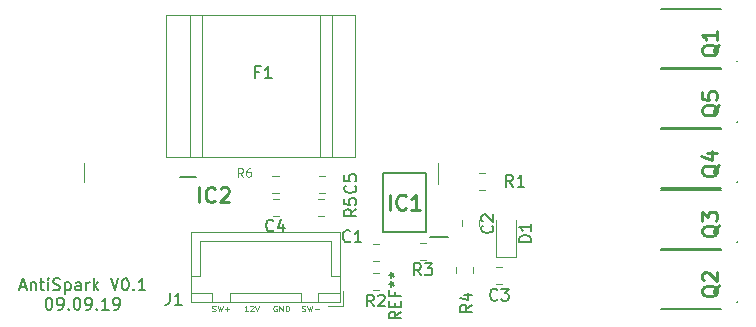
<source format=gto>
G04 #@! TF.GenerationSoftware,KiCad,Pcbnew,(5.1.2)-1*
G04 #@! TF.CreationDate,2019-09-10T22:08:43+02:00*
G04 #@! TF.ProjectId,Anti-Spark,416e7469-2d53-4706-9172-6b2e6b696361,rev?*
G04 #@! TF.SameCoordinates,Original*
G04 #@! TF.FileFunction,Legend,Top*
G04 #@! TF.FilePolarity,Positive*
%FSLAX46Y46*%
G04 Gerber Fmt 4.6, Leading zero omitted, Abs format (unit mm)*
G04 Created by KiCad (PCBNEW (5.1.2)-1) date 2019-09-10 22:08:43*
%MOMM*%
%LPD*%
G04 APERTURE LIST*
%ADD10C,0.150000*%
%ADD11C,0.125000*%
%ADD12C,0.200000*%
%ADD13C,0.120000*%
%ADD14C,0.254000*%
G04 APERTURE END LIST*
D10*
X74890476Y-59941666D02*
X75366666Y-59941666D01*
X74795238Y-60227380D02*
X75128571Y-59227380D01*
X75461904Y-60227380D01*
X75795238Y-59560714D02*
X75795238Y-60227380D01*
X75795238Y-59655952D02*
X75842857Y-59608333D01*
X75938095Y-59560714D01*
X76080952Y-59560714D01*
X76176190Y-59608333D01*
X76223809Y-59703571D01*
X76223809Y-60227380D01*
X76557142Y-59560714D02*
X76938095Y-59560714D01*
X76700000Y-59227380D02*
X76700000Y-60084523D01*
X76747619Y-60179761D01*
X76842857Y-60227380D01*
X76938095Y-60227380D01*
X77271428Y-60227380D02*
X77271428Y-59560714D01*
X77271428Y-59227380D02*
X77223809Y-59275000D01*
X77271428Y-59322619D01*
X77319047Y-59275000D01*
X77271428Y-59227380D01*
X77271428Y-59322619D01*
X77700000Y-60179761D02*
X77842857Y-60227380D01*
X78080952Y-60227380D01*
X78176190Y-60179761D01*
X78223809Y-60132142D01*
X78271428Y-60036904D01*
X78271428Y-59941666D01*
X78223809Y-59846428D01*
X78176190Y-59798809D01*
X78080952Y-59751190D01*
X77890476Y-59703571D01*
X77795238Y-59655952D01*
X77747619Y-59608333D01*
X77700000Y-59513095D01*
X77700000Y-59417857D01*
X77747619Y-59322619D01*
X77795238Y-59275000D01*
X77890476Y-59227380D01*
X78128571Y-59227380D01*
X78271428Y-59275000D01*
X78700000Y-59560714D02*
X78700000Y-60560714D01*
X78700000Y-59608333D02*
X78795238Y-59560714D01*
X78985714Y-59560714D01*
X79080952Y-59608333D01*
X79128571Y-59655952D01*
X79176190Y-59751190D01*
X79176190Y-60036904D01*
X79128571Y-60132142D01*
X79080952Y-60179761D01*
X78985714Y-60227380D01*
X78795238Y-60227380D01*
X78700000Y-60179761D01*
X80033333Y-60227380D02*
X80033333Y-59703571D01*
X79985714Y-59608333D01*
X79890476Y-59560714D01*
X79700000Y-59560714D01*
X79604761Y-59608333D01*
X80033333Y-60179761D02*
X79938095Y-60227380D01*
X79700000Y-60227380D01*
X79604761Y-60179761D01*
X79557142Y-60084523D01*
X79557142Y-59989285D01*
X79604761Y-59894047D01*
X79700000Y-59846428D01*
X79938095Y-59846428D01*
X80033333Y-59798809D01*
X80509523Y-60227380D02*
X80509523Y-59560714D01*
X80509523Y-59751190D02*
X80557142Y-59655952D01*
X80604761Y-59608333D01*
X80700000Y-59560714D01*
X80795238Y-59560714D01*
X81128571Y-60227380D02*
X81128571Y-59227380D01*
X81223809Y-59846428D02*
X81509523Y-60227380D01*
X81509523Y-59560714D02*
X81128571Y-59941666D01*
X82557142Y-59227380D02*
X82890476Y-60227380D01*
X83223809Y-59227380D01*
X83747619Y-59227380D02*
X83842857Y-59227380D01*
X83938095Y-59275000D01*
X83985714Y-59322619D01*
X84033333Y-59417857D01*
X84080952Y-59608333D01*
X84080952Y-59846428D01*
X84033333Y-60036904D01*
X83985714Y-60132142D01*
X83938095Y-60179761D01*
X83842857Y-60227380D01*
X83747619Y-60227380D01*
X83652380Y-60179761D01*
X83604761Y-60132142D01*
X83557142Y-60036904D01*
X83509523Y-59846428D01*
X83509523Y-59608333D01*
X83557142Y-59417857D01*
X83604761Y-59322619D01*
X83652380Y-59275000D01*
X83747619Y-59227380D01*
X84509523Y-60132142D02*
X84557142Y-60179761D01*
X84509523Y-60227380D01*
X84461904Y-60179761D01*
X84509523Y-60132142D01*
X84509523Y-60227380D01*
X85509523Y-60227380D02*
X84938095Y-60227380D01*
X85223809Y-60227380D02*
X85223809Y-59227380D01*
X85128571Y-59370238D01*
X85033333Y-59465476D01*
X84938095Y-59513095D01*
X77295238Y-60877380D02*
X77390476Y-60877380D01*
X77485714Y-60925000D01*
X77533333Y-60972619D01*
X77580952Y-61067857D01*
X77628571Y-61258333D01*
X77628571Y-61496428D01*
X77580952Y-61686904D01*
X77533333Y-61782142D01*
X77485714Y-61829761D01*
X77390476Y-61877380D01*
X77295238Y-61877380D01*
X77200000Y-61829761D01*
X77152380Y-61782142D01*
X77104761Y-61686904D01*
X77057142Y-61496428D01*
X77057142Y-61258333D01*
X77104761Y-61067857D01*
X77152380Y-60972619D01*
X77200000Y-60925000D01*
X77295238Y-60877380D01*
X78104761Y-61877380D02*
X78295238Y-61877380D01*
X78390476Y-61829761D01*
X78438095Y-61782142D01*
X78533333Y-61639285D01*
X78580952Y-61448809D01*
X78580952Y-61067857D01*
X78533333Y-60972619D01*
X78485714Y-60925000D01*
X78390476Y-60877380D01*
X78200000Y-60877380D01*
X78104761Y-60925000D01*
X78057142Y-60972619D01*
X78009523Y-61067857D01*
X78009523Y-61305952D01*
X78057142Y-61401190D01*
X78104761Y-61448809D01*
X78200000Y-61496428D01*
X78390476Y-61496428D01*
X78485714Y-61448809D01*
X78533333Y-61401190D01*
X78580952Y-61305952D01*
X79009523Y-61782142D02*
X79057142Y-61829761D01*
X79009523Y-61877380D01*
X78961904Y-61829761D01*
X79009523Y-61782142D01*
X79009523Y-61877380D01*
X79676190Y-60877380D02*
X79771428Y-60877380D01*
X79866666Y-60925000D01*
X79914285Y-60972619D01*
X79961904Y-61067857D01*
X80009523Y-61258333D01*
X80009523Y-61496428D01*
X79961904Y-61686904D01*
X79914285Y-61782142D01*
X79866666Y-61829761D01*
X79771428Y-61877380D01*
X79676190Y-61877380D01*
X79580952Y-61829761D01*
X79533333Y-61782142D01*
X79485714Y-61686904D01*
X79438095Y-61496428D01*
X79438095Y-61258333D01*
X79485714Y-61067857D01*
X79533333Y-60972619D01*
X79580952Y-60925000D01*
X79676190Y-60877380D01*
X80485714Y-61877380D02*
X80676190Y-61877380D01*
X80771428Y-61829761D01*
X80819047Y-61782142D01*
X80914285Y-61639285D01*
X80961904Y-61448809D01*
X80961904Y-61067857D01*
X80914285Y-60972619D01*
X80866666Y-60925000D01*
X80771428Y-60877380D01*
X80580952Y-60877380D01*
X80485714Y-60925000D01*
X80438095Y-60972619D01*
X80390476Y-61067857D01*
X80390476Y-61305952D01*
X80438095Y-61401190D01*
X80485714Y-61448809D01*
X80580952Y-61496428D01*
X80771428Y-61496428D01*
X80866666Y-61448809D01*
X80914285Y-61401190D01*
X80961904Y-61305952D01*
X81390476Y-61782142D02*
X81438095Y-61829761D01*
X81390476Y-61877380D01*
X81342857Y-61829761D01*
X81390476Y-61782142D01*
X81390476Y-61877380D01*
X82390476Y-61877380D02*
X81819047Y-61877380D01*
X82104761Y-61877380D02*
X82104761Y-60877380D01*
X82009523Y-61020238D01*
X81914285Y-61115476D01*
X81819047Y-61163095D01*
X82866666Y-61877380D02*
X83057142Y-61877380D01*
X83152380Y-61829761D01*
X83200000Y-61782142D01*
X83295238Y-61639285D01*
X83342857Y-61448809D01*
X83342857Y-61067857D01*
X83295238Y-60972619D01*
X83247619Y-60925000D01*
X83152380Y-60877380D01*
X82961904Y-60877380D01*
X82866666Y-60925000D01*
X82819047Y-60972619D01*
X82771428Y-61067857D01*
X82771428Y-61305952D01*
X82819047Y-61401190D01*
X82866666Y-61448809D01*
X82961904Y-61496428D01*
X83152380Y-61496428D01*
X83247619Y-61448809D01*
X83295238Y-61401190D01*
X83342857Y-61305952D01*
D11*
X98761904Y-62002380D02*
X98833333Y-62026190D01*
X98952380Y-62026190D01*
X99000000Y-62002380D01*
X99023809Y-61978571D01*
X99047619Y-61930952D01*
X99047619Y-61883333D01*
X99023809Y-61835714D01*
X99000000Y-61811904D01*
X98952380Y-61788095D01*
X98857142Y-61764285D01*
X98809523Y-61740476D01*
X98785714Y-61716666D01*
X98761904Y-61669047D01*
X98761904Y-61621428D01*
X98785714Y-61573809D01*
X98809523Y-61550000D01*
X98857142Y-61526190D01*
X98976190Y-61526190D01*
X99047619Y-61550000D01*
X99214285Y-61526190D02*
X99333333Y-62026190D01*
X99428571Y-61669047D01*
X99523809Y-62026190D01*
X99642857Y-61526190D01*
X99833333Y-61835714D02*
X100214285Y-61835714D01*
X96619047Y-61550000D02*
X96571428Y-61526190D01*
X96500000Y-61526190D01*
X96428571Y-61550000D01*
X96380952Y-61597619D01*
X96357142Y-61645238D01*
X96333333Y-61740476D01*
X96333333Y-61811904D01*
X96357142Y-61907142D01*
X96380952Y-61954761D01*
X96428571Y-62002380D01*
X96500000Y-62026190D01*
X96547619Y-62026190D01*
X96619047Y-62002380D01*
X96642857Y-61978571D01*
X96642857Y-61811904D01*
X96547619Y-61811904D01*
X96857142Y-62026190D02*
X96857142Y-61526190D01*
X97142857Y-62026190D01*
X97142857Y-61526190D01*
X97380952Y-62026190D02*
X97380952Y-61526190D01*
X97500000Y-61526190D01*
X97571428Y-61550000D01*
X97619047Y-61597619D01*
X97642857Y-61645238D01*
X97666666Y-61740476D01*
X97666666Y-61811904D01*
X97642857Y-61907142D01*
X97619047Y-61954761D01*
X97571428Y-62002380D01*
X97500000Y-62026190D01*
X97380952Y-62026190D01*
X94190476Y-62026190D02*
X93904761Y-62026190D01*
X94047619Y-62026190D02*
X94047619Y-61526190D01*
X94000000Y-61597619D01*
X93952380Y-61645238D01*
X93904761Y-61669047D01*
X94380952Y-61573809D02*
X94404761Y-61550000D01*
X94452380Y-61526190D01*
X94571428Y-61526190D01*
X94619047Y-61550000D01*
X94642857Y-61573809D01*
X94666666Y-61621428D01*
X94666666Y-61669047D01*
X94642857Y-61740476D01*
X94357142Y-62026190D01*
X94666666Y-62026190D01*
X94809523Y-61526190D02*
X94976190Y-62026190D01*
X95142857Y-61526190D01*
X91161904Y-62002380D02*
X91233333Y-62026190D01*
X91352380Y-62026190D01*
X91400000Y-62002380D01*
X91423809Y-61978571D01*
X91447619Y-61930952D01*
X91447619Y-61883333D01*
X91423809Y-61835714D01*
X91400000Y-61811904D01*
X91352380Y-61788095D01*
X91257142Y-61764285D01*
X91209523Y-61740476D01*
X91185714Y-61716666D01*
X91161904Y-61669047D01*
X91161904Y-61621428D01*
X91185714Y-61573809D01*
X91209523Y-61550000D01*
X91257142Y-61526190D01*
X91376190Y-61526190D01*
X91447619Y-61550000D01*
X91614285Y-61526190D02*
X91733333Y-62026190D01*
X91828571Y-61669047D01*
X91923809Y-62026190D01*
X92042857Y-61526190D01*
X92233333Y-61835714D02*
X92614285Y-61835714D01*
X92423809Y-62026190D02*
X92423809Y-61645238D01*
D12*
X135626200Y-45953000D02*
G75*
G03X135626200Y-45953000I-42200J0D01*
G01*
X134200000Y-41500000D02*
X129200000Y-41500000D01*
X129200000Y-46500000D02*
X134200000Y-46500000D01*
X135626200Y-51053000D02*
G75*
G03X135626200Y-51053000I-42200J0D01*
G01*
X134200000Y-46600000D02*
X129200000Y-46600000D01*
X129200000Y-51600000D02*
X134200000Y-51600000D01*
X135626200Y-56153000D02*
G75*
G03X135626200Y-56153000I-42200J0D01*
G01*
X134200000Y-51700000D02*
X129200000Y-51700000D01*
X129200000Y-56700000D02*
X134200000Y-56700000D01*
X135626200Y-61253000D02*
G75*
G03X135626200Y-61253000I-42200J0D01*
G01*
X134200000Y-56800000D02*
X129200000Y-56800000D01*
X129200000Y-61800000D02*
X134200000Y-61800000D01*
X135626200Y-40853000D02*
G75*
G03X135626200Y-40853000I-42200J0D01*
G01*
X134200000Y-36400000D02*
X129200000Y-36400000D01*
X129200000Y-41400000D02*
X134200000Y-41400000D01*
X88400000Y-50650000D02*
X89800000Y-50650000D01*
D13*
X102250000Y-61550000D02*
X102250000Y-60300000D01*
X101000000Y-61550000D02*
X102250000Y-61550000D01*
X90100000Y-56050000D02*
X95650000Y-56050000D01*
X90100000Y-59000000D02*
X90100000Y-56050000D01*
X89350000Y-59000000D02*
X90100000Y-59000000D01*
X101200000Y-56050000D02*
X95650000Y-56050000D01*
X101200000Y-59000000D02*
X101200000Y-56050000D01*
X101950000Y-59000000D02*
X101200000Y-59000000D01*
X89350000Y-61250000D02*
X91150000Y-61250000D01*
X89350000Y-60500000D02*
X89350000Y-61250000D01*
X91150000Y-60500000D02*
X89350000Y-60500000D01*
X91150000Y-61250000D02*
X91150000Y-60500000D01*
X100150000Y-61250000D02*
X101950000Y-61250000D01*
X100150000Y-60500000D02*
X100150000Y-61250000D01*
X101950000Y-60500000D02*
X100150000Y-60500000D01*
X101950000Y-61250000D02*
X101950000Y-60500000D01*
X92650000Y-61250000D02*
X98650000Y-61250000D01*
X92650000Y-60500000D02*
X92650000Y-61250000D01*
X98650000Y-60500000D02*
X92650000Y-60500000D01*
X98650000Y-61250000D02*
X98650000Y-60500000D01*
X89340000Y-61260000D02*
X101960000Y-61260000D01*
X89340000Y-55290000D02*
X89340000Y-61260000D01*
X101960000Y-55290000D02*
X89340000Y-55290000D01*
X101960000Y-61260000D02*
X101960000Y-55290000D01*
X95280000Y-36966000D02*
X103280000Y-36966000D01*
X103280000Y-36966000D02*
X103280000Y-48966000D01*
X103280000Y-48966000D02*
X87280000Y-48966000D01*
X87280000Y-48966000D02*
X87280000Y-36966000D01*
X87280000Y-36966000D02*
X95280000Y-36966000D01*
X101280000Y-36966000D02*
X101280000Y-48966000D01*
X101280000Y-48966000D02*
X100280000Y-48966000D01*
X100280000Y-48966000D02*
X100280000Y-36966000D01*
X100280000Y-36966000D02*
X89280000Y-36966000D01*
X89280000Y-36966000D02*
X89280000Y-48966000D01*
X89280000Y-48966000D02*
X90280000Y-48966000D01*
X90280000Y-48966000D02*
X90280000Y-36966000D01*
X80280000Y-49466000D02*
X80280000Y-51066000D01*
X110280000Y-49466000D02*
X110280000Y-51266000D01*
X100138748Y-52490000D02*
X100661252Y-52490000D01*
X100138748Y-53910000D02*
X100661252Y-53910000D01*
X96263748Y-50590000D02*
X96786252Y-50590000D01*
X96263748Y-52010000D02*
X96786252Y-52010000D01*
X100686252Y-52010000D02*
X100163748Y-52010000D01*
X100686252Y-50590000D02*
X100163748Y-50590000D01*
X96313748Y-52490000D02*
X96836252Y-52490000D01*
X96313748Y-53910000D02*
X96836252Y-53910000D01*
D12*
X109288000Y-55333000D02*
X105588000Y-55333000D01*
X105588000Y-55333000D02*
X105588000Y-50333000D01*
X105588000Y-50333000D02*
X109288000Y-50333000D01*
X109288000Y-50333000D02*
X109288000Y-55333000D01*
X111113000Y-55683000D02*
X109638000Y-55683000D01*
D13*
X104738748Y-56290000D02*
X105261252Y-56290000D01*
X104738748Y-57710000D02*
X105261252Y-57710000D01*
X112290000Y-54263748D02*
X112290000Y-54786252D01*
X113710000Y-54263748D02*
X113710000Y-54786252D01*
X115736252Y-59710000D02*
X115213748Y-59710000D01*
X115736252Y-58290000D02*
X115213748Y-58290000D01*
X115150000Y-57400000D02*
X116850000Y-57400000D01*
X116850000Y-57400000D02*
X116850000Y-54250000D01*
X115150000Y-57400000D02*
X115150000Y-54250000D01*
X114261252Y-51710000D02*
X113738748Y-51710000D01*
X114261252Y-50290000D02*
X113738748Y-50290000D01*
X105286252Y-58790000D02*
X104763748Y-58790000D01*
X105286252Y-60210000D02*
X104763748Y-60210000D01*
X108713748Y-56258000D02*
X109236252Y-56258000D01*
X108713748Y-57678000D02*
X109236252Y-57678000D01*
X111790000Y-58263748D02*
X111790000Y-58786252D01*
X113210000Y-58263748D02*
X113210000Y-58786252D01*
D10*
X107142380Y-62033333D02*
X106666190Y-62366666D01*
X107142380Y-62604761D02*
X106142380Y-62604761D01*
X106142380Y-62223809D01*
X106190000Y-62128571D01*
X106237619Y-62080952D01*
X106332857Y-62033333D01*
X106475714Y-62033333D01*
X106570952Y-62080952D01*
X106618571Y-62128571D01*
X106666190Y-62223809D01*
X106666190Y-62604761D01*
X106618571Y-61604761D02*
X106618571Y-61271428D01*
X107142380Y-61128571D02*
X107142380Y-61604761D01*
X106142380Y-61604761D01*
X106142380Y-61128571D01*
X106618571Y-60366666D02*
X106618571Y-60700000D01*
X107142380Y-60700000D02*
X106142380Y-60700000D01*
X106142380Y-60223809D01*
X106142380Y-59700000D02*
X106380476Y-59700000D01*
X106285238Y-59938095D02*
X106380476Y-59700000D01*
X106285238Y-59461904D01*
X106570952Y-59842857D02*
X106380476Y-59700000D01*
X106570952Y-59557142D01*
X106142380Y-58938095D02*
X106380476Y-58938095D01*
X106285238Y-59176190D02*
X106380476Y-58938095D01*
X106285238Y-58700000D01*
X106570952Y-59080952D02*
X106380476Y-58938095D01*
X106570952Y-58795238D01*
D14*
X134027476Y-44523952D02*
X133967000Y-44644904D01*
X133846047Y-44765857D01*
X133664619Y-44947285D01*
X133604142Y-45068238D01*
X133604142Y-45189190D01*
X133906523Y-45128714D02*
X133846047Y-45249666D01*
X133725095Y-45370619D01*
X133483190Y-45431095D01*
X133059857Y-45431095D01*
X132817952Y-45370619D01*
X132697000Y-45249666D01*
X132636523Y-45128714D01*
X132636523Y-44886809D01*
X132697000Y-44765857D01*
X132817952Y-44644904D01*
X133059857Y-44584428D01*
X133483190Y-44584428D01*
X133725095Y-44644904D01*
X133846047Y-44765857D01*
X133906523Y-44886809D01*
X133906523Y-45128714D01*
X132636523Y-43435380D02*
X132636523Y-44040142D01*
X133241285Y-44100619D01*
X133180809Y-44040142D01*
X133120333Y-43919190D01*
X133120333Y-43616809D01*
X133180809Y-43495857D01*
X133241285Y-43435380D01*
X133362238Y-43374904D01*
X133664619Y-43374904D01*
X133785571Y-43435380D01*
X133846047Y-43495857D01*
X133906523Y-43616809D01*
X133906523Y-43919190D01*
X133846047Y-44040142D01*
X133785571Y-44100619D01*
X134027476Y-49623952D02*
X133967000Y-49744904D01*
X133846047Y-49865857D01*
X133664619Y-50047285D01*
X133604142Y-50168238D01*
X133604142Y-50289190D01*
X133906523Y-50228714D02*
X133846047Y-50349666D01*
X133725095Y-50470619D01*
X133483190Y-50531095D01*
X133059857Y-50531095D01*
X132817952Y-50470619D01*
X132697000Y-50349666D01*
X132636523Y-50228714D01*
X132636523Y-49986809D01*
X132697000Y-49865857D01*
X132817952Y-49744904D01*
X133059857Y-49684428D01*
X133483190Y-49684428D01*
X133725095Y-49744904D01*
X133846047Y-49865857D01*
X133906523Y-49986809D01*
X133906523Y-50228714D01*
X133059857Y-48595857D02*
X133906523Y-48595857D01*
X132576047Y-48898238D02*
X133483190Y-49200619D01*
X133483190Y-48414428D01*
X134027476Y-54723952D02*
X133967000Y-54844904D01*
X133846047Y-54965857D01*
X133664619Y-55147285D01*
X133604142Y-55268238D01*
X133604142Y-55389190D01*
X133906523Y-55328714D02*
X133846047Y-55449666D01*
X133725095Y-55570619D01*
X133483190Y-55631095D01*
X133059857Y-55631095D01*
X132817952Y-55570619D01*
X132697000Y-55449666D01*
X132636523Y-55328714D01*
X132636523Y-55086809D01*
X132697000Y-54965857D01*
X132817952Y-54844904D01*
X133059857Y-54784428D01*
X133483190Y-54784428D01*
X133725095Y-54844904D01*
X133846047Y-54965857D01*
X133906523Y-55086809D01*
X133906523Y-55328714D01*
X132636523Y-54361095D02*
X132636523Y-53574904D01*
X133120333Y-53998238D01*
X133120333Y-53816809D01*
X133180809Y-53695857D01*
X133241285Y-53635380D01*
X133362238Y-53574904D01*
X133664619Y-53574904D01*
X133785571Y-53635380D01*
X133846047Y-53695857D01*
X133906523Y-53816809D01*
X133906523Y-54179666D01*
X133846047Y-54300619D01*
X133785571Y-54361095D01*
X134027476Y-59823952D02*
X133967000Y-59944904D01*
X133846047Y-60065857D01*
X133664619Y-60247285D01*
X133604142Y-60368238D01*
X133604142Y-60489190D01*
X133906523Y-60428714D02*
X133846047Y-60549666D01*
X133725095Y-60670619D01*
X133483190Y-60731095D01*
X133059857Y-60731095D01*
X132817952Y-60670619D01*
X132697000Y-60549666D01*
X132636523Y-60428714D01*
X132636523Y-60186809D01*
X132697000Y-60065857D01*
X132817952Y-59944904D01*
X133059857Y-59884428D01*
X133483190Y-59884428D01*
X133725095Y-59944904D01*
X133846047Y-60065857D01*
X133906523Y-60186809D01*
X133906523Y-60428714D01*
X132757476Y-59400619D02*
X132697000Y-59340142D01*
X132636523Y-59219190D01*
X132636523Y-58916809D01*
X132697000Y-58795857D01*
X132757476Y-58735380D01*
X132878428Y-58674904D01*
X132999380Y-58674904D01*
X133180809Y-58735380D01*
X133906523Y-59461095D01*
X133906523Y-58674904D01*
X134027476Y-39423952D02*
X133967000Y-39544904D01*
X133846047Y-39665857D01*
X133664619Y-39847285D01*
X133604142Y-39968238D01*
X133604142Y-40089190D01*
X133906523Y-40028714D02*
X133846047Y-40149666D01*
X133725095Y-40270619D01*
X133483190Y-40331095D01*
X133059857Y-40331095D01*
X132817952Y-40270619D01*
X132697000Y-40149666D01*
X132636523Y-40028714D01*
X132636523Y-39786809D01*
X132697000Y-39665857D01*
X132817952Y-39544904D01*
X133059857Y-39484428D01*
X133483190Y-39484428D01*
X133725095Y-39544904D01*
X133846047Y-39665857D01*
X133906523Y-39786809D01*
X133906523Y-40028714D01*
X133906523Y-38274904D02*
X133906523Y-39000619D01*
X133906523Y-38637761D02*
X132636523Y-38637761D01*
X132817952Y-38758714D01*
X132938904Y-38879666D01*
X132999380Y-39000619D01*
X90060238Y-52774523D02*
X90060238Y-51504523D01*
X91390714Y-52653571D02*
X91330238Y-52714047D01*
X91148809Y-52774523D01*
X91027857Y-52774523D01*
X90846428Y-52714047D01*
X90725476Y-52593095D01*
X90665000Y-52472142D01*
X90604523Y-52230238D01*
X90604523Y-52048809D01*
X90665000Y-51806904D01*
X90725476Y-51685952D01*
X90846428Y-51565000D01*
X91027857Y-51504523D01*
X91148809Y-51504523D01*
X91330238Y-51565000D01*
X91390714Y-51625476D01*
X91874523Y-51625476D02*
X91935000Y-51565000D01*
X92055952Y-51504523D01*
X92358333Y-51504523D01*
X92479285Y-51565000D01*
X92539761Y-51625476D01*
X92600238Y-51746428D01*
X92600238Y-51867380D01*
X92539761Y-52048809D01*
X91814047Y-52774523D01*
X92600238Y-52774523D01*
D10*
X87566666Y-60452380D02*
X87566666Y-61166666D01*
X87519047Y-61309523D01*
X87423809Y-61404761D01*
X87280952Y-61452380D01*
X87185714Y-61452380D01*
X88566666Y-61452380D02*
X87995238Y-61452380D01*
X88280952Y-61452380D02*
X88280952Y-60452380D01*
X88185714Y-60595238D01*
X88090476Y-60690476D01*
X87995238Y-60738095D01*
X95146666Y-41754571D02*
X94813333Y-41754571D01*
X94813333Y-42278380D02*
X94813333Y-41278380D01*
X95289523Y-41278380D01*
X96194285Y-42278380D02*
X95622857Y-42278380D01*
X95908571Y-42278380D02*
X95908571Y-41278380D01*
X95813333Y-41421238D01*
X95718095Y-41516476D01*
X95622857Y-41564095D01*
X103257142Y-51366666D02*
X103304761Y-51414285D01*
X103352380Y-51557142D01*
X103352380Y-51652380D01*
X103304761Y-51795238D01*
X103209523Y-51890476D01*
X103114285Y-51938095D01*
X102923809Y-51985714D01*
X102780952Y-51985714D01*
X102590476Y-51938095D01*
X102495238Y-51890476D01*
X102400000Y-51795238D01*
X102352380Y-51652380D01*
X102352380Y-51557142D01*
X102400000Y-51414285D01*
X102447619Y-51366666D01*
X102352380Y-50461904D02*
X102352380Y-50938095D01*
X102828571Y-50985714D01*
X102780952Y-50938095D01*
X102733333Y-50842857D01*
X102733333Y-50604761D01*
X102780952Y-50509523D01*
X102828571Y-50461904D01*
X102923809Y-50414285D01*
X103161904Y-50414285D01*
X103257142Y-50461904D01*
X103304761Y-50509523D01*
X103352380Y-50604761D01*
X103352380Y-50842857D01*
X103304761Y-50938095D01*
X103257142Y-50985714D01*
D13*
X93783333Y-50616666D02*
X93550000Y-50283333D01*
X93383333Y-50616666D02*
X93383333Y-49916666D01*
X93650000Y-49916666D01*
X93716666Y-49950000D01*
X93750000Y-49983333D01*
X93783333Y-50050000D01*
X93783333Y-50150000D01*
X93750000Y-50216666D01*
X93716666Y-50250000D01*
X93650000Y-50283333D01*
X93383333Y-50283333D01*
X94383333Y-49916666D02*
X94250000Y-49916666D01*
X94183333Y-49950000D01*
X94150000Y-49983333D01*
X94083333Y-50083333D01*
X94050000Y-50216666D01*
X94050000Y-50483333D01*
X94083333Y-50550000D01*
X94116666Y-50583333D01*
X94183333Y-50616666D01*
X94316666Y-50616666D01*
X94383333Y-50583333D01*
X94416666Y-50550000D01*
X94450000Y-50483333D01*
X94450000Y-50316666D01*
X94416666Y-50250000D01*
X94383333Y-50216666D01*
X94316666Y-50183333D01*
X94183333Y-50183333D01*
X94116666Y-50216666D01*
X94083333Y-50250000D01*
X94050000Y-50316666D01*
D10*
X103352380Y-53366666D02*
X102876190Y-53700000D01*
X103352380Y-53938095D02*
X102352380Y-53938095D01*
X102352380Y-53557142D01*
X102400000Y-53461904D01*
X102447619Y-53414285D01*
X102542857Y-53366666D01*
X102685714Y-53366666D01*
X102780952Y-53414285D01*
X102828571Y-53461904D01*
X102876190Y-53557142D01*
X102876190Y-53938095D01*
X102352380Y-52461904D02*
X102352380Y-52938095D01*
X102828571Y-52985714D01*
X102780952Y-52938095D01*
X102733333Y-52842857D01*
X102733333Y-52604761D01*
X102780952Y-52509523D01*
X102828571Y-52461904D01*
X102923809Y-52414285D01*
X103161904Y-52414285D01*
X103257142Y-52461904D01*
X103304761Y-52509523D01*
X103352380Y-52604761D01*
X103352380Y-52842857D01*
X103304761Y-52938095D01*
X103257142Y-52985714D01*
X96333333Y-55157142D02*
X96285714Y-55204761D01*
X96142857Y-55252380D01*
X96047619Y-55252380D01*
X95904761Y-55204761D01*
X95809523Y-55109523D01*
X95761904Y-55014285D01*
X95714285Y-54823809D01*
X95714285Y-54680952D01*
X95761904Y-54490476D01*
X95809523Y-54395238D01*
X95904761Y-54300000D01*
X96047619Y-54252380D01*
X96142857Y-54252380D01*
X96285714Y-54300000D01*
X96333333Y-54347619D01*
X97190476Y-54585714D02*
X97190476Y-55252380D01*
X96952380Y-54204761D02*
X96714285Y-54919047D01*
X97333333Y-54919047D01*
D14*
X106198238Y-53407523D02*
X106198238Y-52137523D01*
X107528714Y-53286571D02*
X107468238Y-53347047D01*
X107286809Y-53407523D01*
X107165857Y-53407523D01*
X106984428Y-53347047D01*
X106863476Y-53226095D01*
X106803000Y-53105142D01*
X106742523Y-52863238D01*
X106742523Y-52681809D01*
X106803000Y-52439904D01*
X106863476Y-52318952D01*
X106984428Y-52198000D01*
X107165857Y-52137523D01*
X107286809Y-52137523D01*
X107468238Y-52198000D01*
X107528714Y-52258476D01*
X108738238Y-53407523D02*
X108012523Y-53407523D01*
X108375380Y-53407523D02*
X108375380Y-52137523D01*
X108254428Y-52318952D01*
X108133476Y-52439904D01*
X108012523Y-52500380D01*
D10*
X102833333Y-56057142D02*
X102785714Y-56104761D01*
X102642857Y-56152380D01*
X102547619Y-56152380D01*
X102404761Y-56104761D01*
X102309523Y-56009523D01*
X102261904Y-55914285D01*
X102214285Y-55723809D01*
X102214285Y-55580952D01*
X102261904Y-55390476D01*
X102309523Y-55295238D01*
X102404761Y-55200000D01*
X102547619Y-55152380D01*
X102642857Y-55152380D01*
X102785714Y-55200000D01*
X102833333Y-55247619D01*
X103785714Y-56152380D02*
X103214285Y-56152380D01*
X103500000Y-56152380D02*
X103500000Y-55152380D01*
X103404761Y-55295238D01*
X103309523Y-55390476D01*
X103214285Y-55438095D01*
X114857142Y-54766666D02*
X114904761Y-54814285D01*
X114952380Y-54957142D01*
X114952380Y-55052380D01*
X114904761Y-55195238D01*
X114809523Y-55290476D01*
X114714285Y-55338095D01*
X114523809Y-55385714D01*
X114380952Y-55385714D01*
X114190476Y-55338095D01*
X114095238Y-55290476D01*
X114000000Y-55195238D01*
X113952380Y-55052380D01*
X113952380Y-54957142D01*
X114000000Y-54814285D01*
X114047619Y-54766666D01*
X114047619Y-54385714D02*
X114000000Y-54338095D01*
X113952380Y-54242857D01*
X113952380Y-54004761D01*
X114000000Y-53909523D01*
X114047619Y-53861904D01*
X114142857Y-53814285D01*
X114238095Y-53814285D01*
X114380952Y-53861904D01*
X114952380Y-54433333D01*
X114952380Y-53814285D01*
X115308333Y-61007142D02*
X115260714Y-61054761D01*
X115117857Y-61102380D01*
X115022619Y-61102380D01*
X114879761Y-61054761D01*
X114784523Y-60959523D01*
X114736904Y-60864285D01*
X114689285Y-60673809D01*
X114689285Y-60530952D01*
X114736904Y-60340476D01*
X114784523Y-60245238D01*
X114879761Y-60150000D01*
X115022619Y-60102380D01*
X115117857Y-60102380D01*
X115260714Y-60150000D01*
X115308333Y-60197619D01*
X115641666Y-60102380D02*
X116260714Y-60102380D01*
X115927380Y-60483333D01*
X116070238Y-60483333D01*
X116165476Y-60530952D01*
X116213095Y-60578571D01*
X116260714Y-60673809D01*
X116260714Y-60911904D01*
X116213095Y-61007142D01*
X116165476Y-61054761D01*
X116070238Y-61102380D01*
X115784523Y-61102380D01*
X115689285Y-61054761D01*
X115641666Y-61007142D01*
X118152380Y-56138095D02*
X117152380Y-56138095D01*
X117152380Y-55900000D01*
X117200000Y-55757142D01*
X117295238Y-55661904D01*
X117390476Y-55614285D01*
X117580952Y-55566666D01*
X117723809Y-55566666D01*
X117914285Y-55614285D01*
X118009523Y-55661904D01*
X118104761Y-55757142D01*
X118152380Y-55900000D01*
X118152380Y-56138095D01*
X118152380Y-54614285D02*
X118152380Y-55185714D01*
X118152380Y-54900000D02*
X117152380Y-54900000D01*
X117295238Y-54995238D01*
X117390476Y-55090476D01*
X117438095Y-55185714D01*
X116633333Y-51452380D02*
X116300000Y-50976190D01*
X116061904Y-51452380D02*
X116061904Y-50452380D01*
X116442857Y-50452380D01*
X116538095Y-50500000D01*
X116585714Y-50547619D01*
X116633333Y-50642857D01*
X116633333Y-50785714D01*
X116585714Y-50880952D01*
X116538095Y-50928571D01*
X116442857Y-50976190D01*
X116061904Y-50976190D01*
X117585714Y-51452380D02*
X117014285Y-51452380D01*
X117300000Y-51452380D02*
X117300000Y-50452380D01*
X117204761Y-50595238D01*
X117109523Y-50690476D01*
X117014285Y-50738095D01*
X104833333Y-61602380D02*
X104500000Y-61126190D01*
X104261904Y-61602380D02*
X104261904Y-60602380D01*
X104642857Y-60602380D01*
X104738095Y-60650000D01*
X104785714Y-60697619D01*
X104833333Y-60792857D01*
X104833333Y-60935714D01*
X104785714Y-61030952D01*
X104738095Y-61078571D01*
X104642857Y-61126190D01*
X104261904Y-61126190D01*
X105214285Y-60697619D02*
X105261904Y-60650000D01*
X105357142Y-60602380D01*
X105595238Y-60602380D01*
X105690476Y-60650000D01*
X105738095Y-60697619D01*
X105785714Y-60792857D01*
X105785714Y-60888095D01*
X105738095Y-61030952D01*
X105166666Y-61602380D01*
X105785714Y-61602380D01*
X108833333Y-58952380D02*
X108500000Y-58476190D01*
X108261904Y-58952380D02*
X108261904Y-57952380D01*
X108642857Y-57952380D01*
X108738095Y-58000000D01*
X108785714Y-58047619D01*
X108833333Y-58142857D01*
X108833333Y-58285714D01*
X108785714Y-58380952D01*
X108738095Y-58428571D01*
X108642857Y-58476190D01*
X108261904Y-58476190D01*
X109166666Y-57952380D02*
X109785714Y-57952380D01*
X109452380Y-58333333D01*
X109595238Y-58333333D01*
X109690476Y-58380952D01*
X109738095Y-58428571D01*
X109785714Y-58523809D01*
X109785714Y-58761904D01*
X109738095Y-58857142D01*
X109690476Y-58904761D01*
X109595238Y-58952380D01*
X109309523Y-58952380D01*
X109214285Y-58904761D01*
X109166666Y-58857142D01*
X113152380Y-61466666D02*
X112676190Y-61800000D01*
X113152380Y-62038095D02*
X112152380Y-62038095D01*
X112152380Y-61657142D01*
X112200000Y-61561904D01*
X112247619Y-61514285D01*
X112342857Y-61466666D01*
X112485714Y-61466666D01*
X112580952Y-61514285D01*
X112628571Y-61561904D01*
X112676190Y-61657142D01*
X112676190Y-62038095D01*
X112485714Y-60609523D02*
X113152380Y-60609523D01*
X112104761Y-60847619D02*
X112819047Y-61085714D01*
X112819047Y-60466666D01*
M02*

</source>
